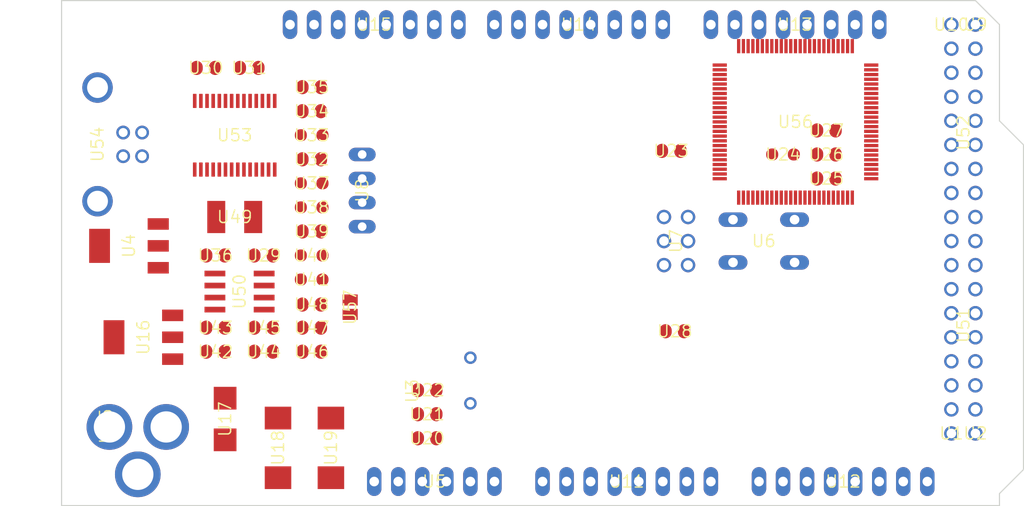
<source format=kicad_pcb>
(kicad_pcb (version 20221018) (generator pcbnew)
  (layers (0 "F.Cu" signal "Top") (31 "B.Cu" signal "Bottom") (34 "B.Paste" user) (35 "F.Paste" user) (36 "B.SilkS" user "B.Silkscreen") (37 "F.SilkS" user "F.Silkscreen") (38 "B.Mask" user) (39 "F.Mask" user) (44 "Edge.Cuts" user))
  (net 0 "")
  (net 1 "+5V")
  (net 2 "GND")
  (net 3 "N$6")
  (net 4 "N$7")
  (net 5 "AREF")
  (net 6 "RESET")
  (net 7 "VIN")
  (net 8 "N$3")
  (net 9 "PWRIN")
  (net 10 "M8RXD")
  (net 11 "M8TXD")
  (net 12 "ADC0")
  (net 13 "ADC2")
  (net 14 "ADC1")
  (net 15 "ADC3")
  (net 16 "ADC4")
  (net 17 "ADC5")
  (net 18 "ADC6")
  (net 19 "ADC7")
  (net 20 "+3V3")
  (net 21 "SDA")
  (net 22 "SCL")
  (net 23 "ADC9")
  (net 24 "ADC8")
  (net 25 "ADC10")
  (net 26 "ADC11")
  (net 27 "ADC12")
  (net 28 "ADC13")
  (net 29 "ADC14")
  (net 30 "ADC15")
  (net 31 "PB3")
  (net 32 "PB2")
  (net 33 "PB1")
  (net 34 "PB5")
  (net 35 "PB4")
  (net 36 "PE5")
  (net 37 "PE4")
  (net 38 "PE3")
  (net 39 "PE1")
  (net 40 "PE0")
  (net 41 "N$15")
  (net 42 "N$53")
  (net 43 "N$54")
  (net 44 "N$55")
  (net 45 "D-")
  (net 46 "D+")
  (net 47 "N$60")
  (net 48 "DTR")
  (net 49 "USBVCC")
  (net 50 "N$2")
  (net 51 "N$4")
  (net 52 "GATE_CMD")
  (net 53 "CMP")
  (net 54 "PB6")
  (net 55 "PH3")
  (net 56 "PH4")
  (net 57 "PH5")
  (net 58 "PH6")
  (net 59 "PG5")
  (net 60 "RXD1")
  (net 61 "TXD1")
  (net 62 "RXD2")
  (net 63 "RXD3")
  (net 64 "TXD2")
  (net 65 "TXD3")
  (net 66 "PC0")
  (net 67 "PC1")
  (net 68 "PC2")
  (net 69 "PC3")
  (net 70 "PC4")
  (net 71 "PC5")
  (net 72 "PC6")
  (net 73 "PC7")
  (net 74 "PB0")
  (net 75 "PG0")
  (net 76 "PG1")
  (net 77 "PG2")
  (net 78 "PD7")
  (net 79 "PA0")
  (net 80 "PA1")
  (net 81 "PA2")
  (net 82 "PA3")
  (net 83 "PA4")
  (net 84 "PA5")
  (net 85 "PA6")
  (net 86 "PA7")
  (net 87 "PL0")
  (net 88 "PL1")
  (net 89 "PL2")
  (net 90 "PL3")
  (net 91 "PL4")
  (net 92 "PL5")
  (net 93 "PL6")
  (net 94 "PL7")
  (net 95 "PB7")
  (net 96 "CTS")
  (net 97 "DSR")
  (net 98 "DCD")
  (net 99 "RI")
  (footprint "Arduino_MEGA_Reference_Design:2X03" (layer "F.Cu") (at 162.5981 103.7336 -90)
    (fp_text reference "U7")
    (fp_text value "")
  )
  (footprint "Arduino_MEGA_Reference_Design:1X08" (layer "F.Cu") (at 152.3111 80.8736 180)
    (fp_text reference "U14")
    (fp_text value "")
  )
  (footprint "Arduino_MEGA_Reference_Design:1X08" (layer "F.Cu") (at 130.7211 80.8736 180)
    (fp_text reference "U15")
    (fp_text value "")
  )
  (footprint "Arduino_MEGA_Reference_Design:SMC_D" (layer "F.Cu") (at 120.5611 125.5776 -90)
    (fp_text reference "U18")
    (fp_text value "")
  )
  (footprint "Arduino_MEGA_Reference_Design:SMC_D" (layer "F.Cu") (at 126.1491 125.5776 -90)
    (fp_text reference "U19")
    (fp_text value "")
  )
  (footprint "Arduino_MEGA_Reference_Design:B3F-10XX" (layer "F.Cu") (at 171.8691 103.7336 180)
    (fp_text reference "U6")
    (fp_text value "")
  )
  (footprint "Arduino_MEGA_Reference_Design:0805RND" (layer "F.Cu") (at 173.9011 94.5896 180)
    (fp_text reference "U24")
    (fp_text value "")
  )
  (footprint "Arduino_MEGA_Reference_Design:SMB" (layer "F.Cu") (at 114.9731 122.5296 -90)
    (fp_text reference "U17")
    (fp_text value "")
  )
  (footprint "Arduino_MEGA_Reference_Design:DC-21MM" (layer "F.Cu") (at 103.0351 123.2916 90)
    (fp_text reference "U55")
    (fp_text value "")
  )
  (footprint "Arduino_MEGA_Reference_Design:HC49_S" (layer "F.Cu") (at 140.8811 118.4656 90)
    (fp_text reference "U3")
    (fp_text value "")
  )
  (footprint "Arduino_MEGA_Reference_Design:SOT223" (layer "F.Cu") (at 106.3371 113.8936 90)
    (fp_text reference "U16")
    (fp_text value "")
  )
  (footprint "Arduino_MEGA_Reference_Design:1X06" (layer "F.Cu") (at 137.0711 129.1336)
    (fp_text reference "U5")
    (fp_text value "")
  )
  (footprint "Arduino_MEGA_Reference_Design:C0805RND" (layer "F.Cu") (at 124.1171 87.4776)
    (fp_text reference "U35")
    (fp_text value "")
  )
  (footprint "Arduino_MEGA_Reference_Design:C0805RND" (layer "F.Cu") (at 162.4711 113.2586)
    (fp_text reference "U28")
    (fp_text value "")
  )
  (footprint "Arduino_MEGA_Reference_Design:C0805RND" (layer "F.Cu") (at 136.3091 122.0216)
    (fp_text reference "U21")
    (fp_text value "")
  )
  (footprint "Arduino_MEGA_Reference_Design:C0805RND" (layer "F.Cu") (at 136.3091 119.4816)
    (fp_text reference "U22")
    (fp_text value "")
  )
  (footprint "Arduino_MEGA_Reference_Design:C0805RND" (layer "F.Cu") (at 113.9571 112.8776)
    (fp_text reference "U43")
    (fp_text value "")
  )
  (footprint "Arduino_MEGA_Reference_Design:RCL_0805RND" (layer "F.Cu") (at 124.1171 105.2576)
    (fp_text reference "U40")
    (fp_text value "")
  )
  (footprint "Arduino_MEGA_Reference_Design:RCL_0805RND" (layer "F.Cu") (at 124.1171 107.7976)
    (fp_text reference "U41")
    (fp_text value "")
  )
  (footprint "Arduino_MEGA_Reference_Design:1X08" (layer "F.Cu") (at 157.3911 129.1336)
    (fp_text reference "U11")
    (fp_text value "")
  )
  (footprint "Arduino_MEGA_Reference_Design:1X08" (layer "F.Cu") (at 175.1711 80.8736 180)
    (fp_text reference "U13")
    (fp_text value "")
  )
  (footprint "Arduino_MEGA_Reference_Design:R0805RND" (layer "F.Cu") (at 178.4731 94.5896 180)
    (fp_text reference "U26")
    (fp_text value "")
  )
  (footprint "Arduino_MEGA_Reference_Design:R0805RND" (layer "F.Cu") (at 178.4731 92.0496 180)
    (fp_text reference "U27")
    (fp_text value "")
  )
  (footprint "Arduino_MEGA_Reference_Design:TQFP100" (layer "F.Cu") (at 175.21603393554688 91.14759826660156 0)
    (fp_text reference "U56")
    (fp_text value "")
  )
  (footprint "Arduino_MEGA_Reference_Design:C0805RND" (layer "F.Cu") (at 162.0901 94.2086 180)
    (fp_text reference "U23")
    (fp_text value "")
  )
  (footprint "Arduino_MEGA_Reference_Design:C0805RND" (layer "F.Cu") (at 136.3091 124.5616)
    (fp_text reference "U20")
    (fp_text value "")
  )
  (footprint "Arduino_MEGA_Reference_Design:1X08" (layer "F.Cu") (at 180.2511 129.1336)
    (fp_text reference "U12")
    (fp_text value "")
  )
  (footprint "Arduino_MEGA_Reference_Design:R0805RND" (layer "F.Cu") (at 124.1171 112.8776)
    (fp_text reference "U47")
    (fp_text value "")
  )
  (footprint "Arduino_MEGA_Reference_Design:C0805RND" (layer "F.Cu") (at 124.1171 115.4176)
    (fp_text reference "U46")
    (fp_text value "")
  )
  (footprint "Arduino_MEGA_Reference_Design:C0805RND" (layer "F.Cu") (at 113.9571 105.2576)
    (fp_text reference "U36")
    (fp_text value "")
  )
  (footprint "Arduino_MEGA_Reference_Design:C0805RND" (layer "F.Cu") (at 112.9411 85.4456)
    (fp_text reference "U30")
    (fp_text value "")
  )
  (footprint "Arduino_MEGA_Reference_Design:0805RND" (layer "F.Cu") (at 124.1171 100.1776 180)
    (fp_text reference "U38")
    (fp_text value "")
  )
  (footprint "Arduino_MEGA_Reference_Design:0805RND" (layer "F.Cu") (at 124.1171 97.6376 180)
    (fp_text reference "U37")
    (fp_text value "")
  )
  (footprint "Arduino_MEGA_Reference_Design:R0805RND" (layer "F.Cu") (at 124.1171 95.0976)
    (fp_text reference "U32")
    (fp_text value "")
  )
  (footprint "Arduino_MEGA_Reference_Design:R0805RND" (layer "F.Cu") (at 124.1171 102.7176)
    (fp_text reference "U39")
    (fp_text value "")
  )
  (footprint "Arduino_MEGA_Reference_Design:SSOP28" (layer "F.Cu") (at 115.9891 92.5576)
    (fp_text reference "U53")
    (fp_text value "")
  )
  (footprint "Arduino_MEGA_Reference_Design:PN61729" (layer "F.Cu") (at 98.9584 93.5228 -90)
    (fp_text reference "U54")
    (fp_text value "")
  )
  (footprint "Arduino_MEGA_Reference_Design:L1812" (layer "F.Cu") (at 115.9891 101.1936)
    (fp_text reference "U49")
    (fp_text value "")
  )
  (footprint "Arduino_MEGA_Reference_Design:C0805RND" (layer "F.Cu") (at 117.5131 85.4456)
    (fp_text reference "U31")
    (fp_text value "")
  )
  (footprint "Arduino_MEGA_Reference_Design:0805RND" (layer "F.Cu") (at 124.1171 92.5576 180)
    (fp_text reference "U33")
    (fp_text value "")
  )
  (footprint "Arduino_MEGA_Reference_Design:R0805RND" (layer "F.Cu") (at 124.1171 90.0176 180)
    (fp_text reference "U34")
    (fp_text value "")
  )
  (footprint "Arduino_MEGA_Reference_Design:C0805RND" (layer "F.Cu") (at 124.1171 110.4392 180)
    (fp_text reference "U48")
    (fp_text value "")
  )
  (footprint "Arduino_MEGA_Reference_Design:SOT223" (layer "F.Cu") (at 104.8131 104.2416 90)
    (fp_text reference "U4")
    (fp_text value "")
  )
  (footprint "Arduino_MEGA_Reference_Design:SO08" (layer "F.Cu") (at 116.4971 109.0676 -90)
    (fp_text reference "U50")
    (fp_text value "")
  )
  (footprint "Arduino_MEGA_Reference_Design:R0805RND" (layer "F.Cu") (at 113.9571 115.4176 180)
    (fp_text reference "U42")
    (fp_text value "")
  )
  (footprint "Arduino_MEGA_Reference_Design:R0805RND" (layer "F.Cu") (at 119.0371 112.8776 180)
    (fp_text reference "U45")
    (fp_text value "")
  )
  (footprint "Arduino_MEGA_Reference_Design:C0805RND" (layer "F.Cu") (at 119.0371 115.4176 180)
    (fp_text reference "U44")
    (fp_text value "")
  )
  (footprint "Arduino_MEGA_Reference_Design:C0805RND" (layer "F.Cu") (at 119.0371 105.2576)
    (fp_text reference "U29")
    (fp_text value "")
  )
  (footprint "Arduino_MEGA_Reference_Design:2X08" (layer "F.Cu") (at 192.9511 92.3036 90)
    (fp_text reference "U52")
    (fp_text value "")
  )
  (footprint "Arduino_MEGA_Reference_Design:2X08" (layer "F.Cu") (at 192.9511 112.6236 90)
    (fp_text reference "U51")
    (fp_text value "")
  )
  (footprint "Arduino_MEGA_Reference_Design:R0805RND" (layer "F.Cu") (at 178.4731 97.1296 180)
    (fp_text reference "U25")
    (fp_text value "")
  )
  (footprint "Arduino_MEGA_Reference_Design:1X01" (layer "F.Cu") (at 191.6811 80.8736)
    (fp_text reference "U10")
    (fp_text value "")
  )
  (footprint "Arduino_MEGA_Reference_Design:1X01" (layer "F.Cu") (at 194.2211 80.8736)
    (fp_text reference "U9")
    (fp_text value "")
  )
  (footprint "Arduino_MEGA_Reference_Design:1X01" (layer "F.Cu") (at 191.6811 124.0536)
    (fp_text reference "U1")
    (fp_text value "")
  )
  (footprint "Arduino_MEGA_Reference_Design:1X01" (layer "F.Cu") (at 194.2211 124.0536)
    (fp_text reference "U2")
    (fp_text value "")
  )
  (footprint "Arduino_MEGA_Reference_Design:SJ" (layer "F.Cu") (at 128.1811 110.7186 -90)
    (fp_text reference "U57")
    (fp_text value "")
  )
  (footprint "Arduino_MEGA_Reference_Design:JP4" (layer "F.Cu") (at 129.4511 98.3996 -90)
    (fp_text reference "U8")
    (fp_text value "")
  )
  (gr_line (start 196.7611 80.8736) (end 196.7611 91.0336) (layer "Edge.Cuts") (width 0.12))
  (gr_line (start 196.7611 130.4036) (end 196.7611 131.6736) (layer "Edge.Cuts") (width 0.12))
  (gr_line (start 194.2211 78.3336) (end 196.7611 80.8736) (layer "Edge.Cuts") (width 0.12))
  (gr_line (start 97.7011 78.3336) (end 194.2211 78.3336) (layer "Edge.Cuts") (width 0.12))
  (gr_line (start 196.7611 91.0336) (end 199.3011 93.5736) (layer "Edge.Cuts") (width 0.12))
  (gr_line (start 97.7011 131.6736) (end 97.7011 78.3336) (layer "Edge.Cuts") (width 0.12))
  (gr_line (start 196.7611 131.6736) (end 97.7011 131.6736) (layer "Edge.Cuts") (width 0.12))
  (gr_line (start 199.3011 93.5736) (end 199.3011 127.8636) (layer "Edge.Cuts") (width 0.12))
  (gr_line (start 199.3011 127.8636) (end 196.7611 130.4036) (layer "Edge.Cuts") (width 0.12))
)
</source>
